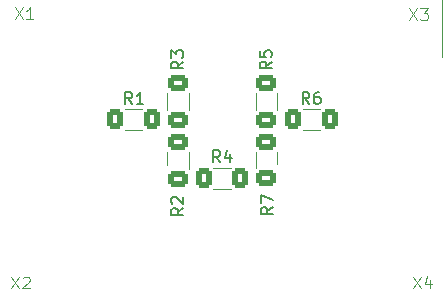
<source format=gbr>
%TF.GenerationSoftware,KiCad,Pcbnew,9.0.1*%
%TF.CreationDate,2025-06-17T00:59:48+02:00*%
%TF.ProjectId,Richtkoppler,52696368-746b-46f7-9070-6c65722e6b69,1.0*%
%TF.SameCoordinates,Original*%
%TF.FileFunction,Legend,Top*%
%TF.FilePolarity,Positive*%
%FSLAX46Y46*%
G04 Gerber Fmt 4.6, Leading zero omitted, Abs format (unit mm)*
G04 Created by KiCad (PCBNEW 9.0.1) date 2025-06-17 00:59:48*
%MOMM*%
%LPD*%
G01*
G04 APERTURE LIST*
G04 Aperture macros list*
%AMRoundRect*
0 Rectangle with rounded corners*
0 $1 Rounding radius*
0 $2 $3 $4 $5 $6 $7 $8 $9 X,Y pos of 4 corners*
0 Add a 4 corners polygon primitive as box body*
4,1,4,$2,$3,$4,$5,$6,$7,$8,$9,$2,$3,0*
0 Add four circle primitives for the rounded corners*
1,1,$1+$1,$2,$3*
1,1,$1+$1,$4,$5*
1,1,$1+$1,$6,$7*
1,1,$1+$1,$8,$9*
0 Add four rect primitives between the rounded corners*
20,1,$1+$1,$2,$3,$4,$5,0*
20,1,$1+$1,$4,$5,$6,$7,0*
20,1,$1+$1,$6,$7,$8,$9,0*
20,1,$1+$1,$8,$9,$2,$3,0*%
G04 Aperture macros list end*
%ADD10C,0.150000*%
%ADD11C,0.100000*%
%ADD12C,0.120000*%
%ADD13C,2.200000*%
%ADD14RoundRect,0.250000X0.625000X-0.400000X0.625000X0.400000X-0.625000X0.400000X-0.625000X-0.400000X0*%
%ADD15RoundRect,0.250000X-0.400000X-0.625000X0.400000X-0.625000X0.400000X0.625000X-0.400000X0.625000X0*%
%ADD16RoundRect,0.250000X-0.625000X0.400000X-0.625000X-0.400000X0.625000X-0.400000X0.625000X0.400000X0*%
%ADD17RoundRect,0.250000X0.400000X0.625000X-0.400000X0.625000X-0.400000X-0.625000X0.400000X-0.625000X0*%
%ADD18RoundRect,0.300000X2.700000X-3.700000X2.700000X3.700000X-2.700000X3.700000X-2.700000X-3.700000X0*%
%ADD19C,4.000000*%
%ADD20RoundRect,0.250000X-2.250000X2.750000X-2.250000X-2.750000X2.250000X-2.750000X2.250000X2.750000X0*%
%ADD21C,7.000000*%
G04 APERTURE END LIST*
D10*
X140054819Y-99866666D02*
X139578628Y-100199999D01*
X140054819Y-100438094D02*
X139054819Y-100438094D01*
X139054819Y-100438094D02*
X139054819Y-100057142D01*
X139054819Y-100057142D02*
X139102438Y-99961904D01*
X139102438Y-99961904D02*
X139150057Y-99914285D01*
X139150057Y-99914285D02*
X139245295Y-99866666D01*
X139245295Y-99866666D02*
X139388152Y-99866666D01*
X139388152Y-99866666D02*
X139483390Y-99914285D01*
X139483390Y-99914285D02*
X139531009Y-99961904D01*
X139531009Y-99961904D02*
X139578628Y-100057142D01*
X139578628Y-100057142D02*
X139578628Y-100438094D01*
X139054819Y-99533332D02*
X139054819Y-98866666D01*
X139054819Y-98866666D02*
X140054819Y-99295237D01*
X135583333Y-96074819D02*
X135250000Y-95598628D01*
X135011905Y-96074819D02*
X135011905Y-95074819D01*
X135011905Y-95074819D02*
X135392857Y-95074819D01*
X135392857Y-95074819D02*
X135488095Y-95122438D01*
X135488095Y-95122438D02*
X135535714Y-95170057D01*
X135535714Y-95170057D02*
X135583333Y-95265295D01*
X135583333Y-95265295D02*
X135583333Y-95408152D01*
X135583333Y-95408152D02*
X135535714Y-95503390D01*
X135535714Y-95503390D02*
X135488095Y-95551009D01*
X135488095Y-95551009D02*
X135392857Y-95598628D01*
X135392857Y-95598628D02*
X135011905Y-95598628D01*
X136440476Y-95408152D02*
X136440476Y-96074819D01*
X136202381Y-95027200D02*
X135964286Y-95741485D01*
X135964286Y-95741485D02*
X136583333Y-95741485D01*
X139954819Y-87566666D02*
X139478628Y-87899999D01*
X139954819Y-88138094D02*
X138954819Y-88138094D01*
X138954819Y-88138094D02*
X138954819Y-87757142D01*
X138954819Y-87757142D02*
X139002438Y-87661904D01*
X139002438Y-87661904D02*
X139050057Y-87614285D01*
X139050057Y-87614285D02*
X139145295Y-87566666D01*
X139145295Y-87566666D02*
X139288152Y-87566666D01*
X139288152Y-87566666D02*
X139383390Y-87614285D01*
X139383390Y-87614285D02*
X139431009Y-87661904D01*
X139431009Y-87661904D02*
X139478628Y-87757142D01*
X139478628Y-87757142D02*
X139478628Y-88138094D01*
X138954819Y-86661904D02*
X138954819Y-87138094D01*
X138954819Y-87138094D02*
X139431009Y-87185713D01*
X139431009Y-87185713D02*
X139383390Y-87138094D01*
X139383390Y-87138094D02*
X139335771Y-87042856D01*
X139335771Y-87042856D02*
X139335771Y-86804761D01*
X139335771Y-86804761D02*
X139383390Y-86709523D01*
X139383390Y-86709523D02*
X139431009Y-86661904D01*
X139431009Y-86661904D02*
X139526247Y-86614285D01*
X139526247Y-86614285D02*
X139764342Y-86614285D01*
X139764342Y-86614285D02*
X139859580Y-86661904D01*
X139859580Y-86661904D02*
X139907200Y-86709523D01*
X139907200Y-86709523D02*
X139954819Y-86804761D01*
X139954819Y-86804761D02*
X139954819Y-87042856D01*
X139954819Y-87042856D02*
X139907200Y-87138094D01*
X139907200Y-87138094D02*
X139859580Y-87185713D01*
X132454819Y-99966666D02*
X131978628Y-100299999D01*
X132454819Y-100538094D02*
X131454819Y-100538094D01*
X131454819Y-100538094D02*
X131454819Y-100157142D01*
X131454819Y-100157142D02*
X131502438Y-100061904D01*
X131502438Y-100061904D02*
X131550057Y-100014285D01*
X131550057Y-100014285D02*
X131645295Y-99966666D01*
X131645295Y-99966666D02*
X131788152Y-99966666D01*
X131788152Y-99966666D02*
X131883390Y-100014285D01*
X131883390Y-100014285D02*
X131931009Y-100061904D01*
X131931009Y-100061904D02*
X131978628Y-100157142D01*
X131978628Y-100157142D02*
X131978628Y-100538094D01*
X131550057Y-99585713D02*
X131502438Y-99538094D01*
X131502438Y-99538094D02*
X131454819Y-99442856D01*
X131454819Y-99442856D02*
X131454819Y-99204761D01*
X131454819Y-99204761D02*
X131502438Y-99109523D01*
X131502438Y-99109523D02*
X131550057Y-99061904D01*
X131550057Y-99061904D02*
X131645295Y-99014285D01*
X131645295Y-99014285D02*
X131740533Y-99014285D01*
X131740533Y-99014285D02*
X131883390Y-99061904D01*
X131883390Y-99061904D02*
X132454819Y-99633332D01*
X132454819Y-99633332D02*
X132454819Y-99014285D01*
X143133333Y-91154819D02*
X142800000Y-90678628D01*
X142561905Y-91154819D02*
X142561905Y-90154819D01*
X142561905Y-90154819D02*
X142942857Y-90154819D01*
X142942857Y-90154819D02*
X143038095Y-90202438D01*
X143038095Y-90202438D02*
X143085714Y-90250057D01*
X143085714Y-90250057D02*
X143133333Y-90345295D01*
X143133333Y-90345295D02*
X143133333Y-90488152D01*
X143133333Y-90488152D02*
X143085714Y-90583390D01*
X143085714Y-90583390D02*
X143038095Y-90631009D01*
X143038095Y-90631009D02*
X142942857Y-90678628D01*
X142942857Y-90678628D02*
X142561905Y-90678628D01*
X143990476Y-90154819D02*
X143800000Y-90154819D01*
X143800000Y-90154819D02*
X143704762Y-90202438D01*
X143704762Y-90202438D02*
X143657143Y-90250057D01*
X143657143Y-90250057D02*
X143561905Y-90392914D01*
X143561905Y-90392914D02*
X143514286Y-90583390D01*
X143514286Y-90583390D02*
X143514286Y-90964342D01*
X143514286Y-90964342D02*
X143561905Y-91059580D01*
X143561905Y-91059580D02*
X143609524Y-91107200D01*
X143609524Y-91107200D02*
X143704762Y-91154819D01*
X143704762Y-91154819D02*
X143895238Y-91154819D01*
X143895238Y-91154819D02*
X143990476Y-91107200D01*
X143990476Y-91107200D02*
X144038095Y-91059580D01*
X144038095Y-91059580D02*
X144085714Y-90964342D01*
X144085714Y-90964342D02*
X144085714Y-90726247D01*
X144085714Y-90726247D02*
X144038095Y-90631009D01*
X144038095Y-90631009D02*
X143990476Y-90583390D01*
X143990476Y-90583390D02*
X143895238Y-90535771D01*
X143895238Y-90535771D02*
X143704762Y-90535771D01*
X143704762Y-90535771D02*
X143609524Y-90583390D01*
X143609524Y-90583390D02*
X143561905Y-90631009D01*
X143561905Y-90631009D02*
X143514286Y-90726247D01*
X132454819Y-87566666D02*
X131978628Y-87899999D01*
X132454819Y-88138094D02*
X131454819Y-88138094D01*
X131454819Y-88138094D02*
X131454819Y-87757142D01*
X131454819Y-87757142D02*
X131502438Y-87661904D01*
X131502438Y-87661904D02*
X131550057Y-87614285D01*
X131550057Y-87614285D02*
X131645295Y-87566666D01*
X131645295Y-87566666D02*
X131788152Y-87566666D01*
X131788152Y-87566666D02*
X131883390Y-87614285D01*
X131883390Y-87614285D02*
X131931009Y-87661904D01*
X131931009Y-87661904D02*
X131978628Y-87757142D01*
X131978628Y-87757142D02*
X131978628Y-88138094D01*
X131454819Y-87233332D02*
X131454819Y-86614285D01*
X131454819Y-86614285D02*
X131835771Y-86947618D01*
X131835771Y-86947618D02*
X131835771Y-86804761D01*
X131835771Y-86804761D02*
X131883390Y-86709523D01*
X131883390Y-86709523D02*
X131931009Y-86661904D01*
X131931009Y-86661904D02*
X132026247Y-86614285D01*
X132026247Y-86614285D02*
X132264342Y-86614285D01*
X132264342Y-86614285D02*
X132359580Y-86661904D01*
X132359580Y-86661904D02*
X132407200Y-86709523D01*
X132407200Y-86709523D02*
X132454819Y-86804761D01*
X132454819Y-86804761D02*
X132454819Y-87090475D01*
X132454819Y-87090475D02*
X132407200Y-87185713D01*
X132407200Y-87185713D02*
X132359580Y-87233332D01*
D11*
X118190476Y-82957419D02*
X118857142Y-83957419D01*
X118857142Y-82957419D02*
X118190476Y-83957419D01*
X119761904Y-83957419D02*
X119190476Y-83957419D01*
X119476190Y-83957419D02*
X119476190Y-82957419D01*
X119476190Y-82957419D02*
X119380952Y-83100276D01*
X119380952Y-83100276D02*
X119285714Y-83195514D01*
X119285714Y-83195514D02*
X119190476Y-83243133D01*
X151890476Y-105757419D02*
X152557142Y-106757419D01*
X152557142Y-105757419D02*
X151890476Y-106757419D01*
X153366666Y-106090752D02*
X153366666Y-106757419D01*
X153128571Y-105709800D02*
X152890476Y-106424085D01*
X152890476Y-106424085D02*
X153509523Y-106424085D01*
D10*
X128133333Y-91154819D02*
X127800000Y-90678628D01*
X127561905Y-91154819D02*
X127561905Y-90154819D01*
X127561905Y-90154819D02*
X127942857Y-90154819D01*
X127942857Y-90154819D02*
X128038095Y-90202438D01*
X128038095Y-90202438D02*
X128085714Y-90250057D01*
X128085714Y-90250057D02*
X128133333Y-90345295D01*
X128133333Y-90345295D02*
X128133333Y-90488152D01*
X128133333Y-90488152D02*
X128085714Y-90583390D01*
X128085714Y-90583390D02*
X128038095Y-90631009D01*
X128038095Y-90631009D02*
X127942857Y-90678628D01*
X127942857Y-90678628D02*
X127561905Y-90678628D01*
X129085714Y-91154819D02*
X128514286Y-91154819D01*
X128800000Y-91154819D02*
X128800000Y-90154819D01*
X128800000Y-90154819D02*
X128704762Y-90297676D01*
X128704762Y-90297676D02*
X128609524Y-90392914D01*
X128609524Y-90392914D02*
X128514286Y-90440533D01*
D11*
X117890476Y-105757419D02*
X118557142Y-106757419D01*
X118557142Y-105757419D02*
X117890476Y-106757419D01*
X118890476Y-105852657D02*
X118938095Y-105805038D01*
X118938095Y-105805038D02*
X119033333Y-105757419D01*
X119033333Y-105757419D02*
X119271428Y-105757419D01*
X119271428Y-105757419D02*
X119366666Y-105805038D01*
X119366666Y-105805038D02*
X119414285Y-105852657D01*
X119414285Y-105852657D02*
X119461904Y-105947895D01*
X119461904Y-105947895D02*
X119461904Y-106043133D01*
X119461904Y-106043133D02*
X119414285Y-106185990D01*
X119414285Y-106185990D02*
X118842857Y-106757419D01*
X118842857Y-106757419D02*
X119461904Y-106757419D01*
X151590476Y-83057419D02*
X152257142Y-84057419D01*
X152257142Y-83057419D02*
X151590476Y-84057419D01*
X152542857Y-83057419D02*
X153161904Y-83057419D01*
X153161904Y-83057419D02*
X152828571Y-83438371D01*
X152828571Y-83438371D02*
X152971428Y-83438371D01*
X152971428Y-83438371D02*
X153066666Y-83485990D01*
X153066666Y-83485990D02*
X153114285Y-83533609D01*
X153114285Y-83533609D02*
X153161904Y-83628847D01*
X153161904Y-83628847D02*
X153161904Y-83866942D01*
X153161904Y-83866942D02*
X153114285Y-83962180D01*
X153114285Y-83962180D02*
X153066666Y-84009800D01*
X153066666Y-84009800D02*
X152971428Y-84057419D01*
X152971428Y-84057419D02*
X152685714Y-84057419D01*
X152685714Y-84057419D02*
X152590476Y-84009800D01*
X152590476Y-84009800D02*
X152542857Y-83962180D01*
D12*
%TO.C,R7*%
X138590000Y-96627064D02*
X138590000Y-95172936D01*
X140410000Y-96627064D02*
X140410000Y-95172936D01*
%TO.C,R4*%
X135022936Y-96540000D02*
X136477064Y-96540000D01*
X135022936Y-98360000D02*
X136477064Y-98360000D01*
%TO.C,R5*%
X138590000Y-90222936D02*
X138590000Y-91677064D01*
X140410000Y-90222936D02*
X140410000Y-91677064D01*
%TO.C,R2*%
X131090000Y-95222936D02*
X131090000Y-96677064D01*
X132910000Y-95222936D02*
X132910000Y-96677064D01*
%TO.C,R6*%
X144027064Y-91540000D02*
X142572936Y-91540000D01*
X144027064Y-93360000D02*
X142572936Y-93360000D01*
%TO.C,R3*%
X131090000Y-91677064D02*
X131090000Y-90222936D01*
X132910000Y-91677064D02*
X132910000Y-90222936D01*
%TO.C,R1*%
X127522936Y-91540000D02*
X128977064Y-91540000D01*
X127522936Y-93360000D02*
X128977064Y-93360000D01*
%TD*%
%LPC*%
D13*
X156784314Y-89415685D02*
X154315685Y-91884314D01*
X114000000Y-88200000D02*
X114000000Y-83500000D01*
X151650000Y-97450000D02*
X139500000Y-97450000D01*
X114000000Y-102800000D02*
X114000000Y-106500000D01*
X157349999Y-88049999D02*
G75*
G02*
X156784299Y-89415670I-1931299J-1D01*
G01*
X154315685Y-91884314D02*
G75*
G02*
X152950000Y-92449991I-1365685J1365714D01*
G01*
X117934314Y-98065685D02*
X114565685Y-101434314D01*
X114565685Y-89565685D02*
G75*
G02*
X114000009Y-88200000I1365715J1365685D01*
G01*
X152950000Y-92450000D02*
X144850000Y-92450000D01*
X119300000Y-97500000D02*
X132000000Y-97500000D01*
X117934314Y-98065685D02*
G75*
G02*
X119300000Y-97500008I1365686J-1365715D01*
G01*
X114565685Y-89565685D02*
X116884314Y-91884314D01*
X157350000Y-103150000D02*
X157350000Y-106500000D01*
X118250000Y-92450000D02*
X126700000Y-92450000D01*
X118250000Y-92449999D02*
G75*
G02*
X116884329Y-91884299I0J1931299D01*
G01*
X157350000Y-88050000D02*
X157350000Y-83500000D01*
X153015685Y-98015685D02*
X156784314Y-101784314D01*
X156784314Y-101784313D02*
G75*
G02*
X157349992Y-103150000I-1365714J-1365687D01*
G01*
X114000000Y-102800000D02*
G75*
G02*
X114565679Y-101434308I1931400J0D01*
G01*
X151650000Y-97449999D02*
G75*
G02*
X153015671Y-98015699I0J-1931301D01*
G01*
D14*
%TO.C,R7*%
X139500000Y-97450000D03*
X139500000Y-94350000D03*
%TD*%
D15*
%TO.C,R4*%
X134200000Y-97450000D03*
X137300000Y-97450000D03*
%TD*%
D16*
%TO.C,R5*%
X139500000Y-89400000D03*
X139500000Y-92500000D03*
%TD*%
%TO.C,R2*%
X132000000Y-94400000D03*
X132000000Y-97500000D03*
%TD*%
D17*
%TO.C,R6*%
X144850000Y-92450000D03*
X141750000Y-92450000D03*
%TD*%
D14*
%TO.C,R3*%
X132000000Y-92500000D03*
X132000000Y-89400000D03*
%TD*%
D18*
%TO.C,X1*%
X114000000Y-83500000D03*
D19*
X105000000Y-83500000D03*
X123000000Y-83500000D03*
%TD*%
D20*
%TO.C,X4*%
X157350000Y-106500000D03*
D19*
X166350000Y-106500000D03*
X148350000Y-106500000D03*
%TD*%
D15*
%TO.C,R1*%
X126700000Y-92450000D03*
X129800000Y-92450000D03*
%TD*%
D20*
%TO.C,X2*%
X114000000Y-106500000D03*
D19*
X123000000Y-106500000D03*
X105000000Y-106500000D03*
%TD*%
D18*
%TO.C,X3*%
X157350000Y-83500000D03*
D19*
X148350000Y-83500000D03*
X166350000Y-83500000D03*
%TD*%
D21*
X167000000Y-95000000D03*
X105000000Y-95000000D03*
%LPD*%
M02*

</source>
